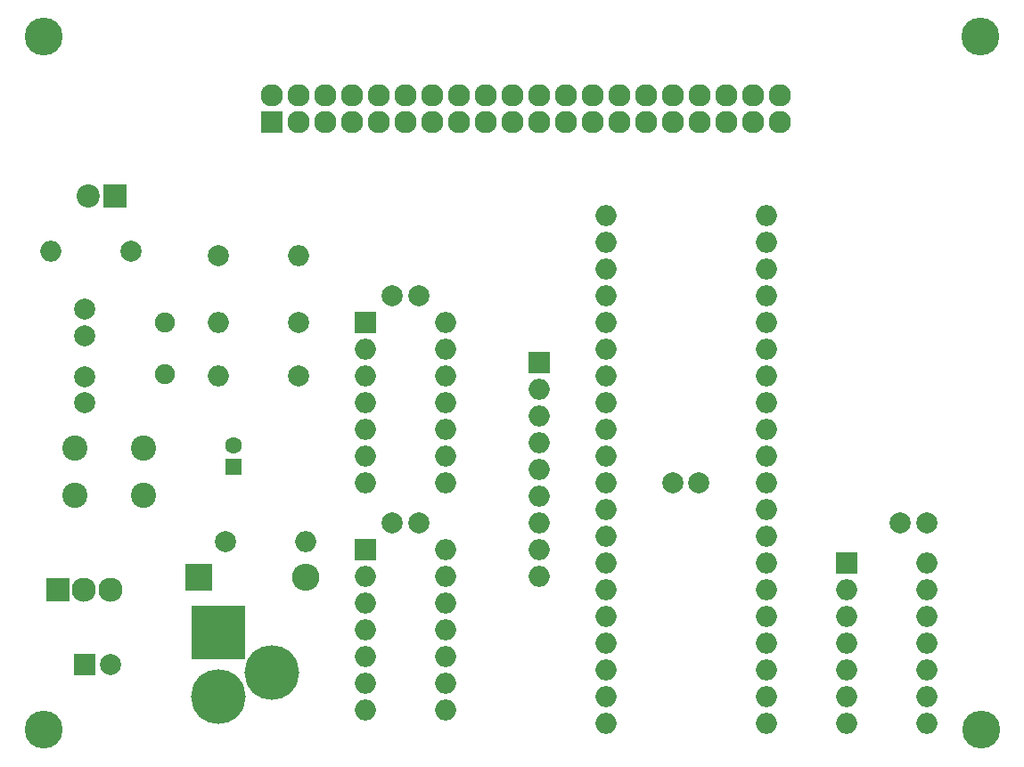
<source format=gts>
G04 #@! TF.FileFunction,Soldermask,Top*
%FSLAX46Y46*%
G04 Gerber Fmt 4.6, Leading zero omitted, Abs format (unit mm)*
G04 Created by KiCad (PCBNEW 4.0.7) date *
%MOMM*%
%LPD*%
G01*
G04 APERTURE LIST*
%ADD10C,0.100000*%
%ADD11C,2.000000*%
%ADD12R,1.600000X1.600000*%
%ADD13C,1.600000*%
%ADD14R,2.000000X2.000000*%
%ADD15R,2.600000X2.600000*%
%ADD16O,2.600000X2.600000*%
%ADD17R,2.127200X2.127200*%
%ADD18O,2.127200X2.127200*%
%ADD19C,5.200600*%
%ADD20R,5.200600X5.200600*%
%ADD21O,2.000000X2.000000*%
%ADD22R,2.300000X2.300000*%
%ADD23C,2.300000*%
%ADD24C,2.400000*%
%ADD25C,1.900000*%
%ADD26C,3.600000*%
%ADD27R,2.200000X2.200000*%
%ADD28C,2.200000*%
G04 APERTURE END LIST*
D10*
D11*
X129540000Y-104140000D03*
X132040000Y-104140000D03*
D12*
X87850000Y-102560000D03*
D13*
X87850000Y-100560000D03*
D11*
X105410000Y-86360000D03*
X102910000Y-86360000D03*
X153670000Y-107950000D03*
X151170000Y-107950000D03*
X105410000Y-107950000D03*
X102910000Y-107950000D03*
X73660000Y-87630000D03*
X73660000Y-90130000D03*
X73660000Y-96520000D03*
X73660000Y-94020000D03*
D14*
X73660000Y-121412000D03*
D11*
X76160000Y-121412000D03*
D15*
X84540000Y-113110000D03*
D16*
X94700000Y-113110000D03*
D17*
X91440000Y-69850000D03*
D18*
X91440000Y-67310000D03*
X93980000Y-69850000D03*
X93980000Y-67310000D03*
X96520000Y-69850000D03*
X96520000Y-67310000D03*
X99060000Y-69850000D03*
X99060000Y-67310000D03*
X101600000Y-69850000D03*
X101600000Y-67310000D03*
X104140000Y-69850000D03*
X104140000Y-67310000D03*
X106680000Y-69850000D03*
X106680000Y-67310000D03*
X109220000Y-69850000D03*
X109220000Y-67310000D03*
X111760000Y-69850000D03*
X111760000Y-67310000D03*
X114300000Y-69850000D03*
X114300000Y-67310000D03*
X116840000Y-69850000D03*
X116840000Y-67310000D03*
X119380000Y-69850000D03*
X119380000Y-67310000D03*
X121920000Y-69850000D03*
X121920000Y-67310000D03*
X124460000Y-69850000D03*
X124460000Y-67310000D03*
X127000000Y-69850000D03*
X127000000Y-67310000D03*
X129540000Y-69850000D03*
X129540000Y-67310000D03*
X132080000Y-69850000D03*
X132080000Y-67310000D03*
X134620000Y-69850000D03*
X134620000Y-67310000D03*
X137160000Y-69850000D03*
X137160000Y-67310000D03*
X139700000Y-69850000D03*
X139700000Y-67310000D03*
D19*
X86360000Y-124460000D03*
D20*
X86360000Y-118364000D03*
D19*
X91440000Y-122174000D03*
D11*
X86360000Y-82550000D03*
D21*
X93980000Y-82550000D03*
D11*
X87100000Y-109650000D03*
D21*
X94720000Y-109650000D03*
D11*
X93980000Y-88900000D03*
D21*
X86360000Y-88900000D03*
D11*
X93980000Y-93980000D03*
D21*
X86360000Y-93980000D03*
D14*
X116840000Y-92710000D03*
D21*
X116840000Y-95250000D03*
X116840000Y-97790000D03*
X116840000Y-100330000D03*
X116840000Y-102870000D03*
X116840000Y-105410000D03*
X116840000Y-107950000D03*
X116840000Y-110490000D03*
X116840000Y-113030000D03*
D22*
X71120000Y-114300000D03*
D23*
X73620000Y-114300000D03*
X76120000Y-114300000D03*
D24*
X72800000Y-105280000D03*
X72800000Y-100780000D03*
X79300000Y-105280000D03*
X79300000Y-100780000D03*
D21*
X123190000Y-78740000D03*
X123190000Y-81280000D03*
X123190000Y-83820000D03*
X123190000Y-86360000D03*
X123190000Y-88900000D03*
X123190000Y-91440000D03*
X123190000Y-93980000D03*
X123190000Y-96520000D03*
X123190000Y-99060000D03*
X123190000Y-101600000D03*
X123190000Y-104140000D03*
X123190000Y-106680000D03*
X123190000Y-109220000D03*
X123190000Y-111760000D03*
X123190000Y-114300000D03*
X123190000Y-116840000D03*
X123190000Y-119380000D03*
X123190000Y-121920000D03*
X123190000Y-124460000D03*
X123190000Y-127000000D03*
X138430000Y-127000000D03*
X138430000Y-124460000D03*
X138430000Y-121920000D03*
X138430000Y-119380000D03*
X138430000Y-116840000D03*
X138430000Y-114300000D03*
X138430000Y-111760000D03*
X138430000Y-109220000D03*
X138430000Y-106680000D03*
X138430000Y-104140000D03*
X138430000Y-101600000D03*
X138430000Y-99060000D03*
X138430000Y-96520000D03*
X138430000Y-93980000D03*
X138430000Y-91440000D03*
X138430000Y-88900000D03*
X138430000Y-86360000D03*
X138430000Y-83820000D03*
X138430000Y-81280000D03*
X138430000Y-78740000D03*
D14*
X100330000Y-110490000D03*
D21*
X107950000Y-125730000D03*
X100330000Y-113030000D03*
X107950000Y-123190000D03*
X100330000Y-115570000D03*
X107950000Y-120650000D03*
X100330000Y-118110000D03*
X107950000Y-118110000D03*
X100330000Y-120650000D03*
X107950000Y-115570000D03*
X100330000Y-123190000D03*
X107950000Y-113030000D03*
X100330000Y-125730000D03*
X107950000Y-110490000D03*
D14*
X100330000Y-88900000D03*
D21*
X107950000Y-104140000D03*
X100330000Y-91440000D03*
X107950000Y-101600000D03*
X100330000Y-93980000D03*
X107950000Y-99060000D03*
X100330000Y-96520000D03*
X107950000Y-96520000D03*
X100330000Y-99060000D03*
X107950000Y-93980000D03*
X100330000Y-101600000D03*
X107950000Y-91440000D03*
X100330000Y-104140000D03*
X107950000Y-88900000D03*
D14*
X146050000Y-111760000D03*
D21*
X153670000Y-127000000D03*
X146050000Y-114300000D03*
X153670000Y-124460000D03*
X146050000Y-116840000D03*
X153670000Y-121920000D03*
X146050000Y-119380000D03*
X153670000Y-119380000D03*
X146050000Y-121920000D03*
X153670000Y-116840000D03*
X146050000Y-124460000D03*
X153670000Y-114300000D03*
X146050000Y-127000000D03*
X153670000Y-111760000D03*
D25*
X81280000Y-88900000D03*
X81280000Y-93780000D03*
D26*
X69775000Y-61700000D03*
X158825000Y-61700000D03*
X69800000Y-127575000D03*
X158850000Y-127550000D03*
D27*
X76620000Y-76850000D03*
D28*
X74080000Y-76850000D03*
D11*
X78110000Y-82060000D03*
D21*
X70490000Y-82060000D03*
M02*

</source>
